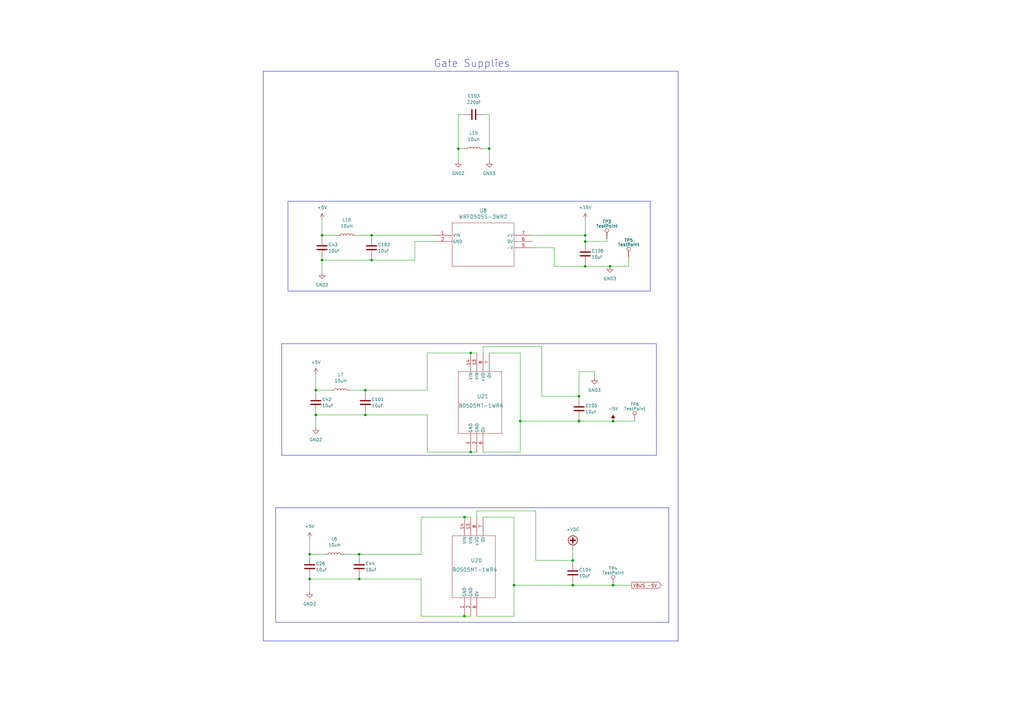
<source format=kicad_sch>
(kicad_sch (version 20231120) (generator "eeschema") (generator_version "8.0")
  (paper "A3")
  (lib_symbols
    (symbol "B0505MT:B0505MT-1WR4" (pin_names (offset 0.254))
      (property "Reference" "U" (at 20.32 10.16 0))
      (property "Value" "B0505MT-1WR4" (at 20.32 7.62 0))
      (symbol "B0505MT-1WR4_0_1"
        (polyline (pts (xy 7.62 -12.7) (xy 33.02 -12.7)) (stroke (width 0.127)))
        (polyline (pts (xy 7.62 5.08) (xy 7.62 -12.7)) (stroke (width 0.127)))
        (polyline (pts (xy 33.02 -12.7) (xy 33.02 5.08)) (stroke (width 0.127)))
        (polyline (pts (xy 33.02 5.08) (xy 7.62 5.08)) (stroke (width 0.127)))
        (pin power_out line (at 0 0 0) (length 7.62) (name "GND") (number "1"))
        (pin power_in line (at 40.64 -2.54 180) (length 7.62) (name "VIN") (number "13"))
        (pin power_in line (at 40.64 0 180) (length 7.62) (name "VIN") (number "14"))
        (pin power_out line (at 0 -2.54 0) (length 7.62) (name "GND") (number "2"))
        (pin bidirectional line (at 0 -5.08 0) (length 7.62) (name "0V") (number "6"))
        (pin bidirectional line (at 40.64 -7.62 180) (length 7.62) (name "0V") (number "7"))
        (pin power_in line (at 40.64 -5.08 180) (length 7.62) (name "+VO") (number "8"))
      )
    )
    (symbol "Connector:TestPoint" (pin_numbers hide) (pin_names (offset 0.762) hide)
      (property "Reference" "TP" (at 0 6.858 0))
      (property "Value" "TestPoint" (at 0 5.08 0))
      (symbol "TestPoint_0_1"
        (circle (center 0 3.302) (radius 0.762))
      )
      (symbol "TestPoint_1_1"
        (pin passive line (at 0 0 90) (length 2.54) (name "1") (number "1"))
      )
    )
    (symbol "Device:C" (pin_numbers hide) (pin_names (offset 0.254))
      (property "Reference" "C" (at 0.635 2.54 0))
      (property "Value" "C" (at 0.635 -2.54 0))
      (symbol "C_0_1"
        (polyline (pts (xy -2.032 -0.762) (xy 2.032 -0.762)) (stroke (width 0.508)))
        (polyline (pts (xy -2.032 0.762) (xy 2.032 0.762)) (stroke (width 0.508)))
      )
      (symbol "C_1_1"
        (pin passive line (at 0 3.81 270) (length 2.794) (name "~") (number "1"))
        (pin passive line (at 0 -3.81 90) (length 2.794) (name "~") (number "2"))
      )
    )
    (symbol "Device:L" (pin_numbers hide) (pin_names (offset 1.016) hide)
      (property "Reference" "L" (at -1.27 0 90))
      (property "Value" "L" (at 1.905 0 90))
      (symbol "L_0_1"
        (arc (start 0 -2.54) (mid 0.6323 -1.905) (end 0 -1.27))
        (arc (start 0 -1.27) (mid 0.6323 -0.635) (end 0 0))
        (arc (start 0 0) (mid 0.6323 0.635) (end 0 1.27))
        (arc (start 0 1.27) (mid 0.6323 1.905) (end 0 2.54))
      )
      (symbol "L_1_1"
        (pin passive line (at 0 3.81 270) (length 1.27) (name "1") (number "1"))
        (pin passive line (at 0 -3.81 90) (length 1.27) (name "2") (number "2"))
      )
    )
    (symbol "F0505S DC-DC:F0505S" (pin_names (offset 0.254))
      (property "Reference" "U7" (at 20.32 10.16 0))
      (property "Value" "WRF0505S-3WR2" (at 20.32 7.62 0))
      (symbol "F0505S_0_1"
        (polyline (pts (xy 7.62 -12.7) (xy 33.02 -12.7)) (stroke (width 0.127)))
        (polyline (pts (xy 7.62 5.08) (xy 7.62 -12.7)) (stroke (width 0.127)))
        (polyline (pts (xy 33.02 -12.7) (xy 33.02 5.08)) (stroke (width 0.127)))
        (polyline (pts (xy 33.02 5.08) (xy 7.62 5.08)) (stroke (width 0.127)))
      )
      (symbol "F0505S_1_1"
        (pin power_in line (at 0 0 0) (length 7.62) (name "VIN") (number "1"))
        (pin power_in line (at 0 -2.54 0) (length 7.62) (name "GND") (number "2"))
        (pin power_out line (at 40.64 -5.08 180) (length 7.62) (name "-V") (number "5"))
        (pin power_out line (at 40.64 -2.54 180) (length 7.62) (name "0V") (number "6"))
        (pin power_out line (at 40.64 0 180) (length 7.62) (name "+V") (number "7"))
      )
    )
    (symbol "power:+15V" (power) (pin_names (offset 0))
      (property "Value" "+15V" (at 0 3.556 0))
      (symbol "+15V_0_1"
        (polyline (pts (xy -0.762 1.27) (xy 0 2.54)))
        (polyline (pts (xy 0 0) (xy 0 2.54)))
        (polyline (pts (xy 0 2.54) (xy 0.762 1.27)))
      )
      (symbol "+15V_1_1"
        (pin power_in line (at 0 0 90) (length 0) hide (name "+15V") (number "1"))
      )
    )
    (symbol "power:+5V" (power) (pin_names (offset 0))
      (property "Value" "+5V" (at 0 3.556 0))
      (symbol "+5V_0_1"
        (polyline (pts (xy -0.762 1.27) (xy 0 2.54)))
        (polyline (pts (xy 0 0) (xy 0 2.54)))
        (polyline (pts (xy 0 2.54) (xy 0.762 1.27)))
      )
      (symbol "+5V_1_1"
        (pin power_in line (at 0 0 90) (length 0) hide (name "+5V") (number "1"))
      )
    )
    (symbol "power:+VDC" (power) (pin_names (offset 0))
      (property "Value" "+VDC" (at 0 6.35 0))
      (symbol "+VDC_0_1"
        (polyline (pts (xy -1.143 3.175) (xy 1.143 3.175)) (stroke (width 0.508)))
        (polyline (pts (xy 0 0) (xy 0 1.27)))
        (polyline (pts (xy 0 2.032) (xy 0 4.318)) (stroke (width 0.508)))
        (circle (center 0 3.175) (radius 1.905) (stroke (width 0.254)))
      )
      (symbol "+VDC_1_1"
        (pin power_in line (at 0 0 90) (length 0) hide (name "+VDC") (number "1"))
      )
    )
    (symbol "power:-5V" (power) (pin_names (offset 0))
      (property "Value" "-5V" (at 0 3.81 0))
      (symbol "-5V_0_0"
        (pin power_in line (at 0 0 90) (length 0) hide (name "-5V") (number "1"))
      )
      (symbol "-5V_0_1"
        (polyline (pts (xy 0 0) (xy 0 1.27) (xy 0.762 1.27) (xy 0 2.54) (xy -0.762 1.27) (xy 0 1.27)) (fill (type outline)))
      )
    )
    (symbol "power:GND2" (power) (pin_names (offset 0))
      (property "Value" "GND2" (at 0 -3.81 0))
      (symbol "GND2_0_1"
        (polyline (pts (xy 0 0) (xy 0 -1.27) (xy 1.27 -1.27) (xy 0 -2.54) (xy -1.27 -1.27) (xy 0 -1.27)))
      )
      (symbol "GND2_1_1"
        (pin power_in line (at 0 0 270) (length 0) hide (name "GND2") (number "1"))
      )
    )
    (symbol "power:GND3" (power) (pin_names (offset 0))
      (property "Value" "GND3" (at 0 -3.81 0))
      (symbol "GND3_0_1"
        (polyline (pts (xy 0 0) (xy 0 -1.27) (xy 1.27 -1.27) (xy 0 -2.54) (xy -1.27 -1.27) (xy 0 -1.27)))
      )
      (symbol "GND3_1_1"
        (pin power_in line (at 0 0 270) (length 0) hide (name "GND3") (number "1"))
      )
    )
  )
  (junction (at 152.4 106.68))
  (junction (at 149.86 170.18))
  (junction (at 129.54 170.18))
  (junction (at 187.96 60.96))
  (junction (at 193.04 144.78))
  (junction (at 190.5 252.73))
  (junction (at 132.08 96.52))
  (junction (at 240.03 109.22))
  (junction (at 152.4 96.52))
  (junction (at 237.49 172.72))
  (junction (at 132.08 106.68))
  (junction (at 240.03 96.52))
  (junction (at 250.19 109.22))
  (junction (at 251.46 172.72))
  (junction (at 127 227.33))
  (junction (at 210.82 240.03))
  (junction (at 251.46 240.03))
  (junction (at 240.03 99.06))
  (junction (at 190.5 212.09))
  (junction (at 234.95 240.03))
  (junction (at 147.32 237.49))
  (junction (at 129.54 160.02))
  (junction (at 193.04 185.42))
  (junction (at 200.66 60.96))
  (junction (at 237.49 162.56))
  (junction (at 234.95 229.87))
  (junction (at 213.36 172.72))
  (junction (at 149.86 160.02))
  (junction (at 127 237.49))
  (junction (at 147.32 227.33))
  (wire (pts (xy 227.33 109.22) (xy 240.03 109.22)))
  (wire (pts (xy 152.4 105.41) (xy 152.4 106.68)))
  (wire (pts (xy 129.54 160.02) (xy 129.54 153.67)))
  (wire (pts (xy 237.49 152.4) (xy 237.49 162.56)))
  (wire (pts (xy 143.51 160.02) (xy 149.86 160.02)))
  (wire (pts (xy 129.54 175.26) (xy 129.54 170.18)))
  (wire (pts (xy 193.04 144.78) (xy 195.58 144.78)))
  (wire (pts (xy 175.26 185.42) (xy 193.04 185.42)))
  (wire (pts (xy 234.95 238.76) (xy 234.95 240.03)))
  (wire (pts (xy 152.4 96.52) (xy 152.4 97.79)))
  (wire (pts (xy 195.58 252.73) (xy 210.82 252.73)))
  (wire (pts (xy 127 227.33) (xy 133.35 227.33)))
  (wire (pts (xy 257.81 105.41) (xy 257.81 109.22)))
  (wire (pts (xy 146.05 96.52) (xy 152.4 96.52)))
  (wire (pts (xy 219.71 209.55) (xy 195.58 209.55)))
  (wire (pts (xy 190.5 46.99) (xy 187.96 46.99)))
  (wire (pts (xy 190.5 252.73) (xy 193.04 252.73)))
  (wire (pts (xy 187.96 46.99) (xy 187.96 60.96)))
  (wire (pts (xy 222.25 162.56) (xy 222.25 142.24)))
  (wire (pts (xy 222.25 142.24) (xy 198.12 142.24)))
  (wire (pts (xy 152.4 96.52) (xy 177.8 96.52)))
  (wire (pts (xy 132.08 105.41) (xy 132.08 106.68)))
  (wire (pts (xy 132.08 96.52) (xy 138.43 96.52)))
  (wire (pts (xy 222.25 162.56) (xy 237.49 162.56)))
  (wire (pts (xy 127 236.22) (xy 127 237.49)))
  (wire (pts (xy 200.66 144.78) (xy 213.36 144.78)))
  (wire (pts (xy 213.36 144.78) (xy 213.36 172.72)))
  (wire (pts (xy 149.86 160.02) (xy 149.86 161.29)))
  (wire (pts (xy 218.44 96.52) (xy 240.03 96.52)))
  (wire (pts (xy 170.18 99.06) (xy 170.18 106.68)))
  (wire (pts (xy 147.32 236.22) (xy 147.32 237.49)))
  (wire (pts (xy 200.66 60.96) (xy 198.12 60.96)))
  (wire (pts (xy 237.49 172.72) (xy 251.46 172.72)))
  (wire (pts (xy 187.96 66.04) (xy 187.96 60.96)))
  (wire (pts (xy 129.54 160.02) (xy 129.54 161.29)))
  (wire (pts (xy 129.54 168.91) (xy 129.54 170.18)))
  (wire (pts (xy 127 227.33) (xy 127 228.6)))
  (wire (pts (xy 213.36 172.72) (xy 213.36 185.42)))
  (wire (pts (xy 218.44 101.6) (xy 227.33 101.6)))
  (wire (pts (xy 198.12 212.09) (xy 210.82 212.09)))
  (wire (pts (xy 240.03 99.06) (xy 240.03 100.33)))
  (wire (pts (xy 234.95 240.03) (xy 251.46 240.03)))
  (wire (pts (xy 200.66 66.04) (xy 200.66 60.96)))
  (wire (pts (xy 132.08 111.76) (xy 132.08 106.68)))
  (wire (pts (xy 251.46 240.03) (xy 259.08 240.03)))
  (wire (pts (xy 172.72 252.73) (xy 190.5 252.73)))
  (wire (pts (xy 127 237.49) (xy 147.32 237.49)))
  (wire (pts (xy 240.03 90.17) (xy 240.03 96.52)))
  (wire (pts (xy 149.86 170.18) (xy 175.26 170.18)))
  (wire (pts (xy 190.5 212.09) (xy 193.04 212.09)))
  (wire (pts (xy 234.95 224.79) (xy 234.95 229.87)))
  (wire (pts (xy 149.86 160.02) (xy 175.26 160.02)))
  (wire (pts (xy 198.12 185.42) (xy 213.36 185.42)))
  (wire (pts (xy 127 242.57) (xy 127 237.49)))
  (wire (pts (xy 210.82 240.03) (xy 234.95 240.03)))
  (wire (pts (xy 147.32 237.49) (xy 172.72 237.49)))
  (wire (pts (xy 219.71 229.87) (xy 219.71 209.55)))
  (wire (pts (xy 237.49 171.45) (xy 237.49 172.72)))
  (wire (pts (xy 127 227.33) (xy 127 220.98)))
  (wire (pts (xy 240.03 107.95) (xy 240.03 109.22)))
  (wire (pts (xy 243.84 152.4) (xy 237.49 152.4)))
  (wire (pts (xy 240.03 96.52) (xy 240.03 99.06)))
  (wire (pts (xy 132.08 96.52) (xy 132.08 97.79)))
  (wire (pts (xy 175.26 160.02) (xy 175.26 144.78)))
  (wire (pts (xy 172.72 227.33) (xy 172.72 212.09)))
  (wire (pts (xy 170.18 99.06) (xy 177.8 99.06)))
  (wire (pts (xy 149.86 168.91) (xy 149.86 170.18)))
  (wire (pts (xy 219.71 229.87) (xy 234.95 229.87)))
  (wire (pts (xy 198.12 142.24) (xy 198.12 144.78)))
  (wire (pts (xy 200.66 46.99) (xy 200.66 60.96)))
  (wire (pts (xy 175.26 170.18) (xy 175.26 185.42)))
  (wire (pts (xy 152.4 106.68) (xy 170.18 106.68)))
  (wire (pts (xy 147.32 227.33) (xy 147.32 228.6)))
  (wire (pts (xy 147.32 227.33) (xy 172.72 227.33)))
  (wire (pts (xy 213.36 172.72) (xy 237.49 172.72)))
  (wire (pts (xy 195.58 209.55) (xy 195.58 212.09)))
  (wire (pts (xy 175.26 144.78) (xy 193.04 144.78)))
  (wire (pts (xy 227.33 109.22) (xy 227.33 101.6)))
  (wire (pts (xy 132.08 106.68) (xy 152.4 106.68)))
  (wire (pts (xy 243.84 154.94) (xy 243.84 152.4)))
  (wire (pts (xy 132.08 96.52) (xy 132.08 90.17)))
  (wire (pts (xy 240.03 109.22) (xy 250.19 109.22)))
  (wire (pts (xy 140.97 227.33) (xy 147.32 227.33)))
  (wire (pts (xy 198.12 46.99) (xy 200.66 46.99)))
  (wire (pts (xy 172.72 237.49) (xy 172.72 252.73)))
  (wire (pts (xy 251.46 172.72) (xy 260.35 172.72)))
  (wire (pts (xy 193.04 185.42) (xy 195.58 185.42)))
  (wire (pts (xy 237.49 162.56) (xy 237.49 163.83)))
  (wire (pts (xy 257.81 109.22) (xy 250.19 109.22)))
  (wire (pts (xy 210.82 212.09) (xy 210.82 240.03)))
  (wire (pts (xy 210.82 240.03) (xy 210.82 252.73)))
  (wire (pts (xy 172.72 212.09) (xy 190.5 212.09)))
  (wire (pts (xy 129.54 170.18) (xy 149.86 170.18)))
  (wire (pts (xy 248.92 99.06) (xy 240.03 99.06)))
  (wire (pts (xy 187.96 60.96) (xy 190.5 60.96)))
  (wire (pts (xy 234.95 229.87) (xy 234.95 231.14)))
  (wire (pts (xy 248.92 97.79) (xy 248.92 99.06)))
  (wire (pts (xy 129.54 160.02) (xy 135.89 160.02)))
  (rectangle (start 118.11 82.55) (end 266.7 119.38))
  (rectangle (start 113.03 208.28) (end 274.32 255.27))
  (rectangle (start 115.57 140.97) (end 269.24 186.69))
  (rectangle (start 107.95 29.21) (end 278.13 262.89))
  (text "Gate Supplies" (at 177.8 27.94 0) (effects (font (size 3 3)) (justify left bottom)))
  (global_label "VBUS -5V" (shape output) (at 259.08 240.03 0) (property "Intersheetrefs" "${INTERSHEET_REFS}" (effects (hide yes))))
  (symbol (lib_id "Connector:TestPoint") (at 257.81 105.41 0) (unit 1)
    (property "Reference" "TP5" (at 257.81 98.552 0))
    (property "Value" "TestPoint" (at 257.81 100.33 0))
    (property "Footprint" "footprints:TestPoint_Pad_3.1x1.6mm" (effects (hide yes)))
  )
  (symbol (lib_id "power:GND2") (at 132.08 111.76 0) (unit 1)
    (property "Reference" "#PWR085" (effects (hide yes)))
    (property "Value" "GND2" (at 132.08 116.84 0))
  )
  (symbol (lib_id "power:+VDC") (at 234.95 224.79 0) (unit 1)
    (property "Reference" "#PWR0107" (effects (hide yes)))
    (property "Value" "+VDC" (at 234.95 217.17 0))
  )
  (symbol (lib_id "power:GND3") (at 250.19 109.22 0) (unit 1)
    (property "Reference" "#PWR0110" (effects (hide yes)))
    (property "Value" "GND3" (at 250.19 114.3 0))
  )
  (symbol (lib_id "power:+15V") (at 240.03 90.17 0) (unit 1)
    (property "Reference" "#PWR0108" (effects (hide yes)))
    (property "Value" "+15V" (at 240.03 85.09 0))
  )
  (symbol (lib_id "Device:C") (at 240.03 104.14 0) (unit 1)
    (property "Reference" "C106" (at 242.57 102.87 0) (effects (justify left)))
    (property "Value" "10uf" (at 242.57 105.41 0) (effects (justify left)))
    (property "Footprint" "Capacitor_SMD:C_0805_2012Metric" (effects (hide yes)))
  )
  (symbol (lib_id "power:GND3") (at 200.66 66.04 0) (unit 1)
    (property "Reference" "#PWR0106" (effects (hide yes)))
    (property "Value" "GND3" (at 200.66 71.12 0))
  )
  (symbol (lib_id "Device:C") (at 237.49 167.64 0) (unit 1)
    (property "Reference" "C105" (at 240.03 166.37 0) (effects (justify left)))
    (property "Value" "10uf" (at 240.03 168.91 0) (effects (justify left)))
    (property "Footprint" "Capacitor_SMD:C_0805_2012Metric" (effects (hide yes)))
  )
  (symbol (lib_id "Connector:TestPoint") (at 251.46 240.03 0) (unit 1)
    (property "Reference" "TP4" (at 251.46 233.172 0))
    (property "Value" "TestPoint" (at 251.46 234.95 0))
    (property "Footprint" "footprints:TestPoint_Pad_3.1x1.6mm" (effects (hide yes)))
  )
  (symbol (lib_id "Device:C") (at 132.08 101.6 0) (unit 1)
    (property "Reference" "C43" (at 134.62 100.33 0) (effects (justify left)))
    (property "Value" "10uf" (at 134.62 102.87 0) (effects (justify left)))
    (property "Footprint" "Capacitor_SMD:C_0805_2012Metric" (effects (hide yes)))
  )
  (symbol (lib_id "Device:L") (at 139.7 160.02 90) (unit 1)
    (property "Reference" "L7" (at 139.7 153.67 90))
    (property "Value" "10uH" (at 139.7 156.21 90))
    (property "Footprint" "Inductor_SMD:L_1008_2520Metric" (effects (hide yes)))
  )
  (symbol (lib_id "Device:C") (at 234.95 234.95 0) (unit 1)
    (property "Reference" "C104" (at 237.49 233.68 0) (effects (justify left)))
    (property "Value" "10uf" (at 237.49 236.22 0) (effects (justify left)))
    (property "Footprint" "Capacitor_SMD:C_0805_2012Metric" (effects (hide yes)))
  )
  (symbol (lib_id "power:GND3") (at 243.84 154.94 0) (unit 1)
    (property "Reference" "#PWR0109" (effects (hide yes)))
    (property "Value" "GND3" (at 243.84 160.02 0))
  )
  (symbol (lib_id "power:GND2") (at 127 242.57 0) (unit 1)
    (property "Reference" "#PWR080" (effects (hide yes)))
    (property "Value" "GND2" (at 127 247.65 0))
  )
  (symbol (lib_id "Connector:TestPoint") (at 260.35 172.72 0) (unit 1)
    (property "Reference" "TP6" (at 260.35 165.862 0))
    (property "Value" "TestPoint" (at 260.35 167.64 0))
    (property "Footprint" "footprints:TestPoint_Pad_3.1x1.6mm" (effects (hide yes)))
  )
  (symbol (lib_id "power:+5V") (at 127 220.98 0) (unit 1)
    (property "Reference" "#PWR036" (effects (hide yes)))
    (property "Value" "+5V" (at 127 215.9 0))
  )
  (symbol (lib_id "Device:C") (at 194.31 46.99 270) (unit 1)
    (property "Reference" "C103" (at 194.31 39.37 90))
    (property "Value" "220pf" (at 194.31 41.91 90))
    (property "Footprint" "Capacitor_SMD:C_0603_1608Metric" (effects (hide yes)))
  )
  (symbol (lib_id "Device:L") (at 194.31 60.96 90) (unit 1)
    (property "Reference" "L15" (at 194.31 54.61 90))
    (property "Value" "10uH" (at 194.31 57.15 90))
    (property "Footprint" "Inductor_SMD:L_1008_2520Metric" (effects (hide yes)))
  )
  (symbol (lib_id "power:-5V") (at 251.46 172.72 0) (unit 1)
    (property "Reference" "#PWR0111" (effects (hide yes)))
    (property "Value" "-5V" (at 251.46 167.64 0))
  )
  (symbol (lib_id "power:GND2") (at 187.96 66.04 0) (unit 1)
    (property "Reference" "#PWR086" (effects (hide yes)))
    (property "Value" "GND2" (at 187.96 71.12 0))
  )
  (symbol (lib_id "F0505S DC-DC:F0505S") (at 177.8 96.52 0) (unit 1)
    (property "Reference" "U8" (at 198.12 86.36 0) (effects (font (size 1.524 1.524))))
    (property "Value" "WRF0505S-3WR2" (at 198.12 88.9 0) (effects (font (size 1.524 1.524))))
    (property "Footprint" "footprints:F0505S-2WR3" (effects (hide yes)))
    (property "Datasheet" "WRF0505S-3WR2" (effects (hide yes)))
  )
  (symbol (lib_id "B0505MT:B0505MT-1WR4") (at 190.5 252.73 90) (unit 1)
    (property "Reference" "U20" (at 193.04 229.87 90) (effects (font (size 1.524 1.524)) (justify right)))
    (property "Value" "B0505MT-1WR4" (at 185.42 233.68 90) (effects (font (size 1.524 1.524)) (justify right)))
    (property "Footprint" "footprints:B05xxMT-1WR4_MNS" (effects (hide yes)))
    (property "Datasheet" "B0505MT-1WR4" (effects (hide yes)))
  )
  (symbol (lib_id "Device:L") (at 142.24 96.52 90) (unit 1)
    (property "Reference" "L10" (at 142.24 90.17 90))
    (property "Value" "10uH" (at 142.24 92.71 90))
    (property "Footprint" "Inductor_SMD:L_1008_2520Metric" (effects (hide yes)))
  )
  (symbol (lib_id "power:+5V") (at 132.08 90.17 0) (unit 1)
    (property "Reference" "#PWR084" (effects (hide yes)))
    (property "Value" "+5V" (at 132.08 85.09 0))
  )
  (symbol (lib_id "Device:C") (at 149.86 165.1 0) (unit 1)
    (property "Reference" "C101" (at 152.4 163.83 0) (effects (justify left)))
    (property "Value" "10uf" (at 152.4 166.37 0) (effects (justify left)))
    (property "Footprint" "Capacitor_SMD:C_0805_2012Metric" (effects (hide yes)))
  )
  (symbol (lib_id "Device:C") (at 147.32 232.41 0) (unit 1)
    (property "Reference" "C44" (at 149.86 231.14 0) (effects (justify left)))
    (property "Value" "10uf" (at 149.86 233.68 0) (effects (justify left)))
    (property "Footprint" "Capacitor_SMD:C_0805_2012Metric" (effects (hide yes)))
  )
  (symbol (lib_id "Device:C") (at 127 232.41 0) (unit 1)
    (property "Reference" "C26" (at 129.54 231.14 0) (effects (justify left)))
    (property "Value" "10uf" (at 129.54 233.68 0) (effects (justify left)))
    (property "Footprint" "Capacitor_SMD:C_0805_2012Metric" (effects (hide yes)))
  )
  (symbol (lib_id "Device:C") (at 129.54 165.1 0) (unit 1)
    (property "Reference" "C42" (at 132.08 163.83 0) (effects (justify left)))
    (property "Value" "10uf" (at 132.08 166.37 0) (effects (justify left)))
    (property "Footprint" "Capacitor_SMD:C_0805_2012Metric" (effects (hide yes)))
  )
  (symbol (lib_id "Device:L") (at 137.16 227.33 90) (unit 1)
    (property "Reference" "L6" (at 137.16 220.98 90))
    (property "Value" "10uH" (at 137.16 223.52 90))
    (property "Footprint" "Inductor_SMD:L_1008_2520Metric" (effects (hide yes)))
  )
  (symbol (lib_id "B0505MT:B0505MT-1WR4") (at 193.04 185.42 90) (unit 1)
    (property "Reference" "U21" (at 195.58 162.56 90) (effects (font (size 1.524 1.524)) (justify right)))
    (property "Value" "B0505MT-1WR4" (at 187.96 166.37 90) (effects (font (size 1.524 1.524)) (justify right)))
    (property "Footprint" "footprints:B05xxMT-1WR4_MNS" (effects (hide yes)))
    (property "Datasheet" "B0505MT-1WR4" (effects (hide yes)))
  )
  (symbol (lib_id "Connector:TestPoint") (at 248.92 97.79 0) (unit 1)
    (property "Reference" "TP3" (at 248.92 90.932 0))
    (property "Value" "TestPoint" (at 248.92 92.71 0))
    (property "Footprint" "footprints:TestPoint_Pad_3.1x1.6mm" (effects (hide yes)))
  )
  (symbol (lib_id "power:GND2") (at 129.54 175.26 0) (unit 1)
    (property "Reference" "#PWR082" (effects (hide yes)))
    (property "Value" "GND2" (at 129.54 180.34 0))
  )
  (symbol (lib_id "Device:C") (at 152.4 101.6 0) (unit 1)
    (property "Reference" "C102" (at 154.94 100.33 0) (effects (justify left)))
    (property "Value" "10uf" (at 154.94 102.87 0) (effects (justify left)))
    (property "Footprint" "Capacitor_SMD:C_0805_2012Metric" (effects (hide yes)))
  )
  (symbol (lib_id "power:+5V") (at 129.54 153.67 0) (unit 1)
    (property "Reference" "#PWR081" (effects (hide yes)))
    (property "Value" "+5V" (at 129.54 148.59 0))
  )
)
</source>
